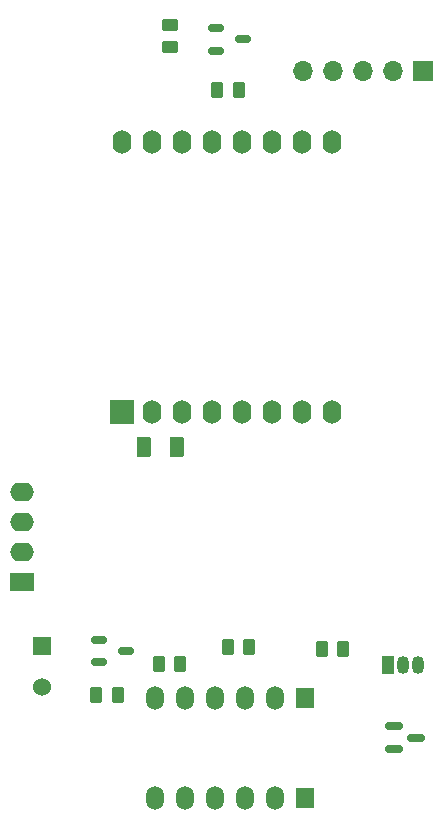
<source format=gbr>
%TF.GenerationSoftware,KiCad,Pcbnew,8.0.8-unknown-202501290020~8b811aa383~ubuntu24.04.1*%
%TF.CreationDate,2025-02-10T17:26:24-05:00*%
%TF.ProjectId,deleteme,64656c65-7465-46d6-952e-6b696361645f,rev?*%
%TF.SameCoordinates,Original*%
%TF.FileFunction,Soldermask,Top*%
%TF.FilePolarity,Negative*%
%FSLAX46Y46*%
G04 Gerber Fmt 4.6, Leading zero omitted, Abs format (unit mm)*
G04 Created by KiCad (PCBNEW 8.0.8-unknown-202501290020~8b811aa383~ubuntu24.04.1) date 2025-02-10 17:26:24*
%MOMM*%
%LPD*%
G01*
G04 APERTURE LIST*
G04 Aperture macros list*
%AMRoundRect*
0 Rectangle with rounded corners*
0 $1 Rounding radius*
0 $2 $3 $4 $5 $6 $7 $8 $9 X,Y pos of 4 corners*
0 Add a 4 corners polygon primitive as box body*
4,1,4,$2,$3,$4,$5,$6,$7,$8,$9,$2,$3,0*
0 Add four circle primitives for the rounded corners*
1,1,$1+$1,$2,$3*
1,1,$1+$1,$4,$5*
1,1,$1+$1,$6,$7*
1,1,$1+$1,$8,$9*
0 Add four rect primitives between the rounded corners*
20,1,$1+$1,$2,$3,$4,$5,0*
20,1,$1+$1,$4,$5,$6,$7,0*
20,1,$1+$1,$6,$7,$8,$9,0*
20,1,$1+$1,$8,$9,$2,$3,0*%
G04 Aperture macros list end*
%ADD10R,1.524000X1.524000*%
%ADD11C,1.524000*%
%ADD12R,1.600000X1.700000*%
%ADD13O,1.500000X2.000000*%
%ADD14RoundRect,0.150000X-0.512500X-0.150000X0.512500X-0.150000X0.512500X0.150000X-0.512500X0.150000X0*%
%ADD15RoundRect,0.250000X0.262500X0.450000X-0.262500X0.450000X-0.262500X-0.450000X0.262500X-0.450000X0*%
%ADD16RoundRect,0.250000X0.375000X0.625000X-0.375000X0.625000X-0.375000X-0.625000X0.375000X-0.625000X0*%
%ADD17R,2.000000X2.000000*%
%ADD18O,1.600000X2.000000*%
%ADD19R,2.000000X1.600000*%
%ADD20O,2.000000X1.600000*%
%ADD21RoundRect,0.250000X-0.262500X-0.450000X0.262500X-0.450000X0.262500X0.450000X-0.262500X0.450000X0*%
%ADD22R,1.700000X1.700000*%
%ADD23O,1.700000X1.700000*%
%ADD24RoundRect,0.150000X-0.587500X-0.150000X0.587500X-0.150000X0.587500X0.150000X-0.587500X0.150000X0*%
%ADD25R,1.050000X1.500000*%
%ADD26O,1.050000X1.500000*%
%ADD27RoundRect,0.250000X0.450000X-0.262500X0.450000X0.262500X-0.450000X0.262500X-0.450000X-0.262500X0*%
G04 APERTURE END LIST*
D10*
%TO.C,J1*%
X132590000Y-123726409D03*
D11*
X132590000Y-127226409D03*
%TD*%
D12*
%TO.C,U3*%
X154890000Y-136626409D03*
D13*
X152350000Y-136626409D03*
X149810000Y-136626409D03*
X147270000Y-136626409D03*
X144730000Y-136626409D03*
X142190000Y-136626409D03*
%TD*%
D12*
%TO.C,U3*%
X154890000Y-128126409D03*
D13*
X152350000Y-128126409D03*
X149810000Y-128126409D03*
X147270000Y-128126409D03*
X144730000Y-128126409D03*
X142190000Y-128126409D03*
%TD*%
D14*
%TO.C,Q2*%
X137415000Y-123176409D03*
X137415000Y-125076409D03*
X139690000Y-124126409D03*
%TD*%
D15*
%TO.C,R5*%
X149270000Y-76666409D03*
X147445000Y-76666409D03*
%TD*%
D16*
%TO.C,D1*%
X144027500Y-106876409D03*
X141227500Y-106876409D03*
%TD*%
D17*
%TO.C,U1*%
X139380000Y-103876409D03*
D18*
X141920000Y-103876409D03*
X144460000Y-103876409D03*
X147000000Y-103876409D03*
X149540000Y-103876409D03*
X152080000Y-103876409D03*
X154620000Y-103876409D03*
X157160000Y-103876409D03*
X157160000Y-81016409D03*
X154620000Y-81016409D03*
X152080000Y-81016409D03*
X149540000Y-81016409D03*
X147000000Y-81016409D03*
X144460000Y-81016409D03*
X141920000Y-81016409D03*
X139380000Y-81016409D03*
%TD*%
D19*
%TO.C,DISP1*%
X130940000Y-118276409D03*
D20*
X130940000Y-115736409D03*
X130940000Y-113196409D03*
X130940000Y-110656409D03*
%TD*%
D14*
%TO.C,Q1*%
X147375000Y-71406409D03*
X147375000Y-73306409D03*
X149650000Y-72356409D03*
%TD*%
D21*
%TO.C,R3*%
X142490000Y-125276409D03*
X144315000Y-125276409D03*
%TD*%
D15*
%TO.C,R4*%
X158100000Y-123976409D03*
X156275000Y-123976409D03*
%TD*%
D21*
%TO.C,R1*%
X137215000Y-127876409D03*
X139040000Y-127876409D03*
%TD*%
D22*
%TO.C,U6*%
X164850000Y-75026409D03*
D23*
X162310000Y-75026409D03*
X159770000Y-75026409D03*
X157230000Y-75026409D03*
X154690000Y-75026409D03*
%TD*%
D24*
%TO.C,U4*%
X162415000Y-130526409D03*
X162415000Y-132426409D03*
X164290000Y-131476409D03*
%TD*%
D25*
%TO.C,U5*%
X161875000Y-125326409D03*
D26*
X163145000Y-125326409D03*
X164415000Y-125326409D03*
%TD*%
D27*
%TO.C,R6*%
X143410000Y-73011409D03*
X143410000Y-71186409D03*
%TD*%
D21*
%TO.C,R2*%
X148315000Y-123826409D03*
X150140000Y-123826409D03*
%TD*%
M02*

</source>
